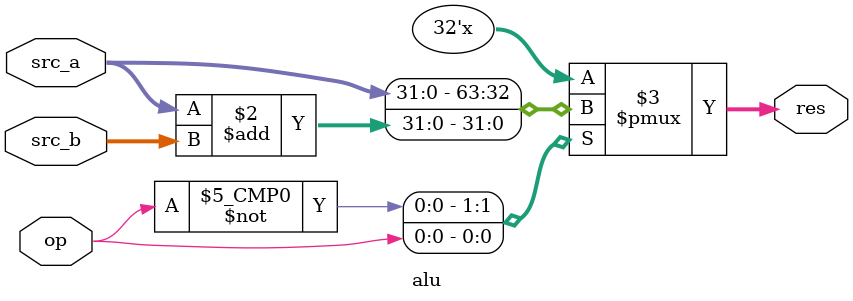
<source format=v>
module alu 
(
 input [31:0] src_a,
 input [31:0] src_b,
 input op,
 output reg [31:0] res
);

always @(*) begin
	case(op)
		1'b0: res = src_a;
		1'b1: res = src_a + src_b;
	endcase
end
endmodule

</source>
